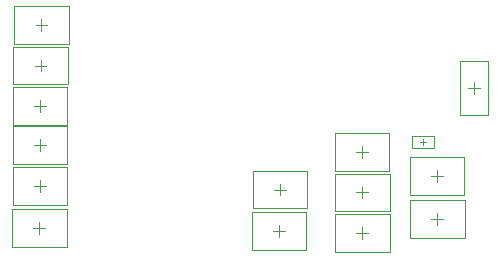
<source format=gbr>
%TF.GenerationSoftware,Altium Limited,CircuitMaker,2.0.2 (2.0.2.40)*%
G04 Layer_Color=16272468*
%FSLAX24Y24*%
%MOIN*%
%TF.SameCoordinates,FDAE7A5D-6217-40FD-BC7F-11D62B7A5D98*%
%TF.FilePolarity,Positive*%
%TF.FileFunction,Other,Courtyard_Bottom*%
%TF.Part,Single*%
G01*
G75*
%TA.AperFunction,NonConductor*%
%ADD47C,0.0039*%
%ADD828C,0.0020*%
D47*
X39203Y16939D02*
Y17333D01*
X39006Y17136D02*
X39400D01*
X35472Y14813D02*
Y15207D01*
X35276Y15010D02*
X35669D01*
X35482Y13455D02*
Y13848D01*
X35285Y13652D02*
X35679D01*
X35482Y12116D02*
Y12510D01*
X35285Y12313D02*
X35679D01*
X32736Y13553D02*
Y13947D01*
X32539Y13750D02*
X32933D01*
X32707Y12165D02*
Y12559D01*
X32510Y12362D02*
X32904D01*
X24587Y19232D02*
X24980D01*
X24783Y19035D02*
Y19429D01*
X24557Y17884D02*
X24951D01*
X24754Y17687D02*
Y18081D01*
X24547Y16545D02*
X24941D01*
X24744Y16348D02*
Y16742D01*
X24537Y15236D02*
X24931D01*
X24734Y15039D02*
Y15433D01*
X24528Y13858D02*
X24921D01*
X24724Y13661D02*
Y14055D01*
X24518Y12480D02*
X24911D01*
X24715Y12283D02*
Y12677D01*
X37972Y14016D02*
Y14409D01*
X37776Y14213D02*
X38169D01*
X37982Y12559D02*
Y12953D01*
X37785Y12756D02*
X38179D01*
X37490Y15226D02*
Y15423D01*
X37392Y15325D02*
X37589D01*
D828*
X38750Y18041D02*
X39656D01*
X38750Y16230D02*
X39656D01*
X38750D02*
Y18041D01*
X39656Y16230D02*
Y18041D01*
X34567Y14380D02*
X36378D01*
X34567Y15640D02*
X36378D01*
X34567Y14380D02*
Y15640D01*
X36378Y14380D02*
Y15640D01*
X34577Y14282D02*
X36388D01*
X34577Y13022D02*
X36388D01*
Y14282D01*
X34577Y13022D02*
Y14282D01*
Y11683D02*
X36388D01*
X34577Y12943D02*
X36388D01*
X34577Y11683D02*
Y12943D01*
X36388Y11683D02*
Y12943D01*
X31831Y14380D02*
X33642D01*
X31831Y13120D02*
X33642D01*
Y14380D01*
X31831Y13120D02*
Y14380D01*
X31801Y12992D02*
X33612D01*
X31801Y11732D02*
X33612D01*
Y12992D01*
X31801Y11732D02*
Y12992D01*
X23878Y18602D02*
Y19862D01*
X25689Y18602D02*
Y19862D01*
X23878Y18602D02*
X25689D01*
X23878Y19862D02*
X25689D01*
X23848Y17254D02*
Y18514D01*
X25659Y17254D02*
Y18514D01*
X23848Y17254D02*
X25659D01*
X23848Y18514D02*
X25659D01*
X23839Y15915D02*
Y17175D01*
X25650Y15915D02*
Y17175D01*
X23839Y15915D02*
X25650D01*
X23839Y17175D02*
X25650D01*
X23829Y14606D02*
Y15866D01*
X25640Y14606D02*
Y15866D01*
X23829Y14606D02*
X25640D01*
X23829Y15866D02*
X25640D01*
X23819Y13228D02*
Y14488D01*
X25630Y13228D02*
Y14488D01*
X23819Y13228D02*
X25630D01*
X23819Y14488D02*
X25630D01*
X23809Y11850D02*
Y13110D01*
X25620Y11850D02*
Y13110D01*
X23809Y11850D02*
X25620D01*
X23809Y13110D02*
X25620D01*
X37067Y13583D02*
X38878D01*
X37067Y14843D02*
X38878D01*
X37067Y13583D02*
Y14843D01*
X38878Y13583D02*
Y14843D01*
X37077Y13386D02*
X38888D01*
X37077Y12126D02*
X38888D01*
Y13386D01*
X37077Y12126D02*
Y13386D01*
X37136Y15128D02*
Y15522D01*
Y15128D02*
X37884D01*
Y15522D01*
X37136D02*
X37884D01*
%TF.MD5,e8fe05d7db56191cc70e154e9dc83b0e*%
M02*

</source>
